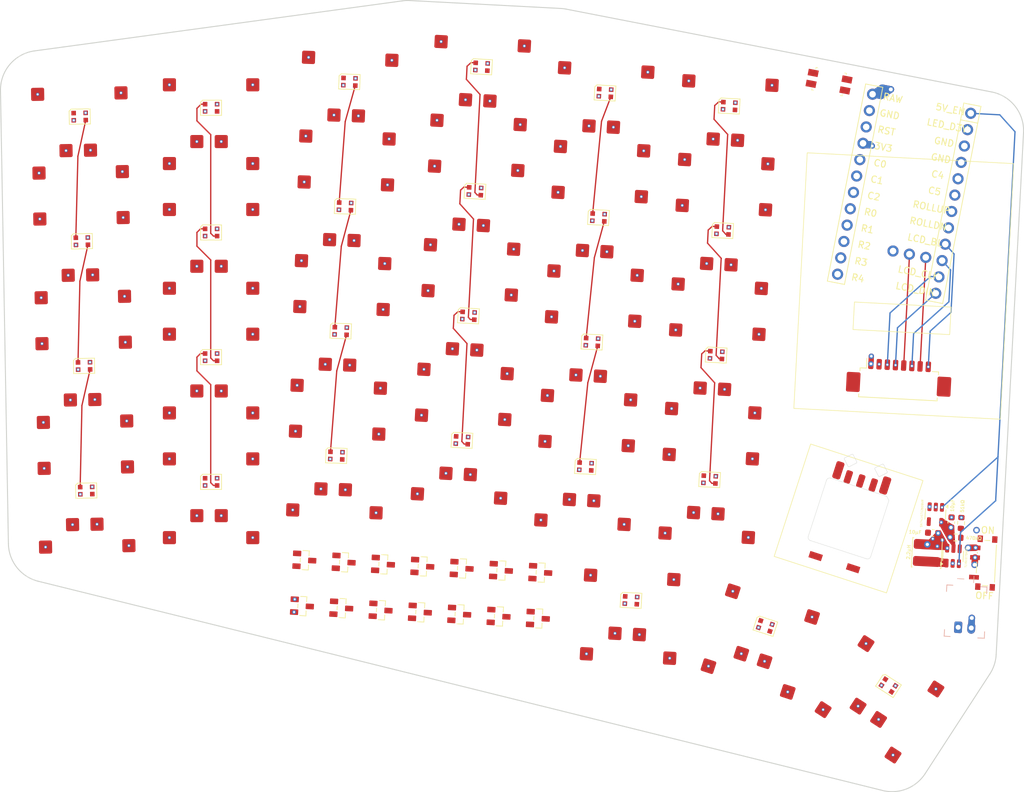
<source format=kicad_pcb>
(kicad_pcb (version 20241229) (generator "pcbnew") (generator_version "9.0")
  (title_block (title "toomanykeys") (date "2025-06-06") (rev "0.1") (company "huntercook"))
  (layers (0 "F.Cu" signal) (4 "In1.Cu" signal) (6 "In2.Cu" signal) (8 "In3.Cu" signal) (10 "In4.Cu" signal) (2 "B.Cu" signal) (13 "F.Paste" user) (15 "B.Paste" user) (5 "F.SilkS" user "F.Silkscreen") (7 "B.SilkS" user "B.Silkscreen") (1 "F.Mask" user) (3 "B.Mask" user) (25 "Edge.Cuts" user))
  (net 0 "")
  (net 1 "C0")
  (net 2 "finger_outer_bottom")
  (net 3 "GND")
  (net 4 "finger_outer_home")
  (net 5 "finger_outer_top")
  (net 6 "finger_outer_num")
  (net 7 "C1")
  (net 8 "finger_pinky_bottom")
  (net 9 "finger_pinky_home")
  (net 10 "finger_pinky_top")
  (net 11 "finger_pinky_num")
  (net 12 "C2")
  (net 13 "finger_ring_bottom")
  (net 14 "finger_ring_home")
  (net 15 "finger_ring_top")
  (net 16 "finger_ring_num")
  (net 17 "C3")
  (net 18 "finger_middle_bottom")
  (net 19 "finger_middle_home")
  (net 20 "finger_middle_top")
  (net 21 "finger_middle_num")
  (net 22 "C4")
  (net 23 "finger_index_bottom")
  (net 24 "finger_index_home")
  (net 25 "finger_index_top")
  (net 26 "finger_index_num")
  (net 27 "C5")
  (net 28 "finger_inner_bottom")
  (net 29 "finger_inner_home")
  (net 30 "finger_inner_top")
  (net 31 "finger_inner_num")
  (net 32 "thumb_near_fan")
  (net 33 "thumb_mid_fan")
  (net 34 "thumb_far_fan")
  (net 35 "roller")
  (net 36 "ROLLUP")
  (net 37 "ROLLDN")
  (net 38 "R0")
  (net 39 "R1")
  (net 40 "R2")
  (net 41 "R3")
  (net 42 "R4")
  (net 43 "RAW")
  (net 44 "RST")
  (net 45 "3V3")
  (net 46 "5V_EN")
  (net 47 "LED_D3V")
  (net 48 "LCD_BL")
  (net 49 "LCD_DC")
  (net 50 "LCD_CLK")
  (net 51 "LCD_DIN")
  (net 52 "LCD_RST")
  (net 53 "LCD_CS")
  (net 54 "BAT_P")
  (net 55 "LED_26")
  (net 56 "5V")
  (net 57 "LED_27")
  (net 58 "LED_25")
  (net 59 "LED_24")
  (net 60 "LED_23")
  (net 61 "LED_19")
  (net 62 "LED_20")
  (net 63 "LED_21")
  (net 64 "LED_22")
  (net 65 "LED_18")
  (net 66 "LED_17")
  (net 67 "LED_16")
  (net 68 "LED_15")
  (net 69 "LED_11")
  (net 70 "LED_12")
  (net 71 "LED_13")
  (net 72 "LED_14")
  (net 73 "LED_10")
  (net 74 "LED_9")
  (net 75 "LED_8")
  (net 76 "LED_7")
  (net 77 "LED_3")
  (net 78 "LED_4")
  (net 79 "LED_5")
  (net 80 "LED_6")
  (net 81 "LED_2")
  (net 82 "LED_1")
  (net 83 "LED_D5V")
  (net 84 "BOOST_FB")
  (net 85 "BOOST_SW")
  (footprint "Package_TO_SOT_SMD:SOT-23-6" (layer "F.Cu") (at 188.717441 164.996502 87)
    (property "Reference" "U1" (hide yes))
    (property "Value" "TLV61070ADBV")
  )
  (footprint "PG1316S" (layer "F.Cu") (at 113.749594 149.871783 -3)
    (property "Reference" "S13" (hide yes))
    (property "Value" "")
  )
  (footprint "PG1316S" (layer "F.Cu") (at 75.656469 118.206865)
    (property "Reference" "S7" (hide yes))
    (property "Value" "")
  )
  (footprint "LED_WS2812B-2020_PLCC4_2.0x2.0mm" (layer "F.Cu") (at 153.607777 115.410571 -3)
    (property "Reference" "LED23" (hide yes))
    (property "Value" "")
  )
  (footprint "PG1316S" (layer "F.Cu") (at 56.013624 119.544096 1)
    (property "Reference" "S3" (hide yes))
    (property "Value" "")
  )
  (footprint "LED_WS2812B-2020_PLCC4_2.0x2.0mm" (layer "F.Cu") (at 178.870462 184.745353 -33)
    (property "Reference" "LED27" (hide yes))
    (property "Value" "")
  )
  (footprint "PG1316S" (layer "F.Cu") (at 139.508864 174.253334 -3)
    (property "Reference" "S25" (hide yes))
    (property "Value" "")
  )
  (footprint "LED_WS2812B-2020_PLCC4_2.0x2.0mm" (layer "F.Cu") (at 75.656468 134.706866)
    (property "Reference" "LED6" (hide yes))
    (property "Value" "")
  )
  (footprint "PG1316S" (layer "F.Cu") (at 95.982648 114.230013 -2)
    (property "Reference" "S11" (hide yes))
    (property "Value" "")
  )
  (footprint "LED_WS2812B-2020_PLCC4_2.0x2.0mm" (layer "F.Cu") (at 96.069897 111.731537 -2)
    (property "Reference" "LED11" (hide yes))
    (property "Value" "")
  )
  (footprint "BAV70 SOT23" (layer "F.Cu") (at 119.483939 174.205244 -93)
    (property "Reference" "D6" (hide yes))
    (property "Value" "BAV70")
  )
  (footprint "LED_WS2812B-2020_PLCC4_2.0x2.0mm" (layer "F.Cu") (at 95.406807 130.71996 -2)
    (property "Reference" "LED10" (hide yes))
    (property "Value" "")
  )
  (footprint "PG1316S" (layer "F.Cu") (at 75.656467 99.206865)
    (property "Reference" "S8" (hide yes))
    (property "Value" "")
  )
  (footprint "LED_WS2812B-2020_PLCC4_2.0x2.0mm" (layer "F.Cu") (at 55.638398 98.04737 1)
    (property "Reference" "LED4" (hide yes))
    (property "Value" "")
  )
  (footprint "PG1316S" (layer "F.Cu") (at 94.65647 152.206866 -2)
    (property "Reference" "S9" (hide yes))
    (property "Value" "")
  )
  (footprint "ceoloide:power_switch_smd_side" (layer "F.Cu") (at 193.755902 166.081205 -3)
    (property "Reference" "PWR1" (hide yes))
    (property "Value" "")
  )
  (footprint "PG1316S" (layer "F.Cu") (at 132.566545 153.862055 -3)
    (property "Reference" "S17" (hide yes))
    (property "Value" "")
  )
  (footprint "Capacitor_SMD:C_0603_1608Metric" (layer "F.Cu") (at 185.666409 161.497028 177)
    (property "Reference" "C1" (hide yes))
    (property "Value" "10μF")
  )
  (footprint "PG1316S" (layer "F.Cu") (at 134.555312 115.914133 -3)
    (property "Reference" "S19" (hide yes))
    (property "Value" "")
  )
  (footprint "Package_TO_SOT_SMD:SOT-23-5" (layer "F.Cu") (at 186.024229 158.681896 -93)
    (property "Reference" "U2" (hide yes))
    (property "Value" "SN74LV1T126DBVR")
  )
  (footprint "LED_WS2812B-2020_PLCC4_2.0x2.0mm" (layer "F.Cu") (at 55.969991 117.044477 1)
    (property "Reference" "LED3" (hide yes))
    (property "Value" "")
  )
  (footprint "ceoloide:mounting_hole_npth" (layer "F.Cu") (at 130.185951 84.642602 -3)
    (property "Reference" "MH4" (hide yes))
    (property "Value" "")
  )
  (footprint "BAV70 SOT23" (layer "F.Cu") (at 125.842064 167.528853 -93)
    (property "Reference" "D13" (hide yes))
    (property "Value" "BAV70")
  )
  (footprint "LED_WS2812B-2020_PLCC4_2.0x2.0mm" (layer "F.Cu") (at 151.619012 153.358494 -3)
    (property "Reference" "LED21" (hide yes))
    (property "Value" "")
  )
  (footprint "LED_WS2812B-2020_PLCC4_2.0x2.0mm" (layer "F.Cu") (at 154.60216 96.43661 -3)
    (property "Reference" "LED24" (hide yes))
    (property "Value" "")
  )
  (footprint "LED_WS2812B-2020_PLCC4_2.0x2.0mm" (layer "F.Cu") (at 113.880435 147.375209 -3)
    (property "Reference" "LED13" (hide yes))
    (property "Value" "")
  )
  (footprint "LED_WS2812B-2020_PLCC4_2.0x2.0mm" (layer "F.Cu") (at 75.656468 115.706865)
    (property "Reference" "LED7" (hide yes))
    (property "Value" "")
  )
  (footprint "LED_WS2812B-2020_PLCC4_2.0x2.0mm" (layer "F.Cu") (at 134.686153 113.41756 -3)
    (property "Reference" "LED19" (hide yes))
    (property "Value" "")
  )
  (footprint "LED_WS2812B-2020_PLCC4_2.0x2.0mm" (layer "F.Cu") (at 135.680536 94.443598 -3)
    (property "Reference" "LED20" (hide yes))
    (property "Value" "")
  )
  (footprint "PG1316S" (layer "F.Cu") (at 177.508863 186.842029 -33)
    (property "Reference" "S27" (hide yes))
    (property "Value" "")
  )
  (footprint "BAV70 SOT23" (layer "F.Cu") (at 107.500383 173.577212 -93)
    (property "Reference" "D4" (hide yes))
    (property "Value" "BAV70")
  )
  (footprint "PG1316S" (layer "F.Cu") (at 116.732743 92.9499 -3)
    (property "Reference" "S16" (hide yes))
    (property "Value" "")
  )
  (footprint "BAV70 SOT23" (layer "F.Cu") (at 95.883178 165.958774 -93)
    (property "Reference" "D8" (hide yes))
    (property "Value" "BAV70")
  )
  (footprint "PG1316S" (layer "F.Cu") (at 75.656469 137.206866)
    (property "Reference" "S6" (hide yes))
    (property "Value" "")
  )
  (footprint "PG1316S" (layer "F.Cu") (at 114.743978 130.897822 -3)
    (property "Reference" "S14" (hide yes))
    (property "Value" "")
  )
  (footprint "BAV70 SOT23" (layer "F.Cu") (at 101.508605 173.263197 -93)
    (property "Reference" "D3" (hide yes))
    (property "Value" "BAV70")
  )
  (footprint "BAV70 SOT23" (layer "F.Cu") (at 95.51683 172.949182 -93)
    (property "Reference" "D2" (hide yes))
    (property "Value" "BAV70")
  )
  (footprint "huntercook:L_CJIANG_FTC404030S_4.1x4.1x3.0_SMD" (layer "F.Cu") (at 184.725889 164.539474 -93)
    (property "Reference" "L1" (hide yes))
    (property "Value" "2.2μH")
  )
  (footprint "LED_WS2812B-2020_PLCC4_2.0x2.0mm" (layer "F.Cu") (at 94.743717 149.708387 -2)
    (property "Reference" "LED9" (hide yes))
    (property "Value" "")
  )
  (footprint "ceoloide:mounting_hole_npth" (layer "F.Cu") (at 124.006062 183.45459 -3)
    (property "Reference" "MH5" (hide yes))
    (property "Value" "")
  )
  (footprint "ceoloide:mounting_hole_npth" (layer "F.Cu") (at 170.973194 196.906076 -33)
    (property "Reference" "MH6" (hide yes))
    (property "Value" "")
  )
  (footprint "LED_WS2812B-2020_PLCC4_2.0x2.0mm" (layer "F.Cu") (at 139.639702 171.756759 -3)
    (property "Reference" "LED25" (hide yes))
    (property "Value" "")
  )
  (footprint "PG1316S" (layer "F.Cu") (at 96.64574 95.241586 -2)
    (property "Reference" "S12" (hide yes))
    (property "Value" "")
  )
  (footprint "PG1316S" (layer "F.Cu") (at 95.319558 133.218439 -2)
    (property "Reference" "S10" (hide yes))
    (property "Value" "")
  )
  (footprint "Molex_PicoBlade_53261-0871_1x08-1MP_P1.25mm_Horizontal" (layer "F.Cu") (at 180.444182 138.346514 -3)
    (property "Reference" "CONN1" (hide yes))
    (property "Value" "")
  )
  (footprint "LCD_1.69_Waveshare" (layer "F.Cu") (at 181.203054 123.866385 177)
    (property "Reference" "LCD1" (hide yes))
    (property "Value" "")
  )
  (footprint "BAV70 SOT23" (layer "F.Cu") (at 119.850287 167.214838 -93)
    (property "Reference" "D12" (hide yes))
    (property "Value" "BAV70")
  )
  (footprint "PG1316S" (layer "F.Cu") (at 152.482556 136.881107 -3)
    (property "Reference" "S22" (hide yes))
    (property "Value" "")
  )
  (footprint "LED_WS2812B-2020_PLCC4_2.0x2.0mm" (layer "F.Cu") (at 114.874815 128.401249 -3)
    (property "Reference" "LED14" (hide yes))
    (property "Value" "")
  )
  (footprint "LED_WS2812B-2020_PLCC4_2.0x2.0mm" (layer "F.Cu") (at 152.613393 134.384533 -3)
    (property "Reference" "LED22" (hide yes))
    (property "Value" "")
  )
  (footprint "PG1316S" (layer "F.Cu") (at 55.682028 100.54699 1)
    (property "Reference" "S4" (hide yes))
    (property "Value" "")
  )
  (footprint "PG1316S" (layer "F.Cu") (at 75.656469 156.206864)
    (property "Reference" "S5" (hide yes))
    (property "Value" "")
  )
  (footprint "CKW12" (layer "F.Cu") (at 172.793299 159.28616 72)
    (property "Reference" "RE1" (hide yes))
    (property "Value" "")
    (fp_line (start -4.5 -5) (end 4.5 -5) (stroke (width 0.05)) (layer "Edge.Cuts"))
    (fp_line (start 5 -4.5) (end 5 4.5) (stroke (width 0.05)) (layer "Edge.Cuts"))
    (fp_line (start 8.393604 -3.394264) (end 7.545076 -2.545736) (stroke (width 0.05)) (layer "Edge.Cuts"))
    (fp_line (start 8.605736 -3.394264) (end 9.454264 -2.545736) (stroke (width 0.05)) (layer "Edge.Cuts"))
    (fp_line (start 7.545076 -2.333604) (end 8.393604 -1.485077) (stroke (width 0.05)) (layer "Edge.Cuts"))
    (fp_line (start 8.605736 -1.485076) (end 9.454264 -2.333604) (stroke (width 0.05)) (layer "Edge.Cuts"))
    (fp_line (start -5 4.5) (end -5 -4.5) (stroke (width 0.05)) (layer "Edge.Cuts"))
    (fp_line (start -4.5 5) (end 4.5 5) (stroke (width 0.05)) (layer "Edge.Cuts"))
    (fp_line (start 8.397868 1.480812) (end 7.54934 2.329341) (stroke (width 0.05)) (layer "Edge.Cuts"))
    (fp_line (start 8.61 1.480813) (end 9.458528 2.32934) (stroke (width 0.05)) (layer "Edge.Cuts"))
    (fp_line (start 7.54934 2.541471) (end 8.397869 3.39) (stroke (width 0.05)) (layer "Edge.Cuts"))
    (fp_line (start 8.61 3.39) (end 9.458529 2.541472) (stroke (width 0.05)) (layer "Edge.Cuts"))
    (fp_line (start 4.5 5) (end 5 4.5) (stroke (width 0.05)) (layer "Edge.Cuts"))
    (fp_arc (start -5 -4.5) (mid -4.853553 -4.853552) (end -4.5 -5) (stroke (width 0.05)) (layer "Edge.Cuts"))
    (fp_arc (start 4.5 -5) (mid 4.853552 -4.853553) (end 5 -4.5) (stroke (width 0.05)) (layer "Edge.Cuts"))
    (fp_arc (start 8.393604 -3.394264) (mid 8.49967 -3.438198) (end 8.605736 -3.394264) (stroke (width 0.05)) (layer "Edge.Cuts"))
    (fp_arc (start 7.545076 -2.333604) (mid 7.501142 -2.43967) (end 7.545076 -2.545736) (stroke (width 0.05)) (layer "Edge.Cuts"))
    (fp_arc (start 9.454264 -2.545736) (mid 9.498198 -2.439671) (end 9.454264 -2.333604) (stroke (width 0.05)) (layer "Edge.Cuts"))
    (fp_arc (start 8.605736 -1.485076) (mid 8.49967 -1.441142) (end 8.393604 -1.485077) (stroke (width 0.05)) (layer "Edge.Cuts"))
    (fp_arc (start -4.5 5) (mid -4.853552 4.853553) (end -5 4.5) (stroke (width 0.05)) (layer "Edge.Cuts"))
    (fp_arc (start 8.397868 1.480812) (mid 8.503934 1.436879) (end 8.61 1.480813) (stroke (width 0.05)) (layer "Edge.Cuts"))
    (fp_arc (start 7.54934 2.541471) (mid 7.505406 2.435406) (end 7.54934 2.329341) (stroke (width 0.05)) (layer "Edge.Cuts"))
    (fp_arc (start 9.458528 2.32934) (mid 9.502462 2.435406) (end 9.458529 2.541472) (stroke (width 0.05)) (layer "Edge.Cuts"))
    (fp_arc (start 8.61 3.39) (mid 8.503934 3.433935) (end 8.397869 3.39) (stroke (width 0.05)) (layer "Edge.Cuts"))
  )
  (footprint "BAV70 SOT23" (layer "F.Cu") (at 89.52505 172.635165 -93)
    (property "Reference" "D1" (hide yes))
    (property "Value" "BAV70")
  )
  (footprint "BAV70 SOT23" (layer "F.Cu") (at 89.891403 165.644759 -93)
    (property "Reference" "D7" (hide yes))
    (property "Value" "BAV70")
  )
  (footprint "BAV70 SOT23" (layer "F.Cu") (at 107.866734 166.586806 -93)
    (property "Reference" "D10" (hide yes))
    (property "Value" "BAV70")
  )
  (footprint "LED_WS2812B-2020_PLCC4_2.0x2.0mm" (layer "F.Cu") (at 56.633183 155.03869 1)
    (property "Reference" "LED1" (hide yes))
    (property "Value" "")
  )
  (footprint "PG1316S" (layer "F.Cu") (at 153.476939 117.907145 -3)
    (property "Reference" "S23" (hide yes))
    (property "Value" "")
  )
  (footprint "PG1316S" (layer "F.Cu") (at 56.676814 157.538309 1)
    (property "Reference" "S1" (hide yes))
    (property "Value" "")
  )
  (footprint "ceoloide:mounting_hole_npth" (layer "F.Cu") (at 65.471078 88.374294 1)
    (property "Reference" "MH1" (hide yes))
    (property "Value" "")
  )
  (footprint "BAV70 SOT23" (layer "F.Cu") (at 125.475716 174.519259 -93)
    (property "Reference" "D14" (hide yes))
    (property "Value" "BAV70")
  )
  (footprint "ceoloide:reset_switch_smd_side" (layer "F.Cu") (at 169.817114 92.727817 -11)
    (property "Reference" "RST1" (hide yes))
    (property "Value" "")
  )
  (footprint "LED_WS2812B-2020_PLCC4_2.0x2.0mm" (layer "F.Cu") (at 133.691769 132.39152 -3)
    (property "Reference" "LED18" (hide yes))
    (property "Value" "")
  )
  (footprint "PG1316S" (layer "F.Cu") (at 151.488172 155.855068 -3)
    (property "Reference" "S21" (hide yes))
    (property "Value" "")
  )
  (footprint "LED_WS2812B-2020_PLCC4_2.0x2.0mm" (layer "F.Cu") (at 116.863582 90.453327 -3)
    (property "Reference" "LED16" (hide yes))
    (property "Value" "")
  )
  (footprint "BAV70 SOT23" (layer "F.Cu") (at 113.85851 166.900821 -93)
    (property "Reference" "D11" (hide yes))
    (property "Value" "BAV70")
  )
  (footprint "LED_WS2812B-2020_PLCC4_2.0x2.0mm" (layer "F.Cu") (at 56.301589 136.041583 1)
    (property "Reference" "LED2" (hide yes))
    (property "Value" "")
  )
  (footprint "ceoloide:mcu_nice_nano" (layer "F.Cu") (at 181.504478 108.561185 -11)
    (property "Reference" "MCU1" (hide yes))
    (property "Value" "")
  )
  (footprint "LED_WS2812B-2020_PLCC4_2.0x2.0mm" (layer "F.Cu") (at 115.869199 109.427287 -3)
    (property "Reference" "LED15" (hide yes))
    (property "Value" "")
  )
  (footprint "Resistor_SMD:R_0603_1608Metric" (layer "F.Cu") (at 189.080124 162.18413 -3)
    (property "Reference" "R1" (hide yes))
    (property "Value" "470kΩ")
  )
  (footprint "BAV70 SOT23" (layer "F.Cu") (at 113.492158 173.891229 -93)
    (property "Reference" "D5" (hide yes))
    (property "Value" "BAV70")
  )
  (footprint "PG1316S" (layer "F.Cu") (at 115.738358 111.923861 -3)
    (property "Reference" "S15" (hide yes))
    (property "Value" "")
  )
  (footprint "LED_WS2812B-2020_PLCC4_2.0x2.0mm" (layer "F.Cu") (at 75.65647 153.706865)
    (property "Reference" "LED5" (hide yes))
    (property "Value" "")
  )
  (footprint "PG1316S" (layer "F.Cu") (at 56.345218 138.541203 1)
    (property "Reference" "S2" (hide yes))
    (property "Value" "")
  )
  (footprint "PG1316S" (layer "F.Cu") (at 135.549697 96.940172 -3)
    (property "Reference" "S20" (hide yes))
    (property "Value" "")
  )
  (footprint "LED_WS2812B-2020_PLCC4_2.0x2.0mm" (layer "F.Cu") (at 132.697385 151.365481 -3)
    (property "Reference" "LED17" (hide yes))
    (property "Value" "")
  )
  (footprint "LED_WS2812B-2020_PLCC4_2.0x2.0mm" (layer "F.Cu") (at 96.732988 92.743112 -2)
    (property "Reference" "LED12" (hide yes))
    (property "Value" "")
  )
  (footprint "ceoloide:mounting_hole_npth" (layer "F.Cu") (at 104.221581 83.281867 -3)
    (property "Reference" "MH3" (hide yes))
    (property "Value" "")
  )
  (footprint "PG1316S" (layer "F.Cu") (at 159.337529 178.046284 -18)
    (property "Reference" "S26" (hide yes))
    (property "Value" "")
  )
  (footprint "Capacitor_SMD:C_0603_1608Metric" (layer "F.Cu") (at 188.444179 159.892707 87)
    (property "Reference" "C2" (hide yes))
    (property "Value" "10μF")
  )
  (footprint "BAV70 SOT23" (layer "F.Cu") (at 101.874958 166.27279 -93)
    (property "Reference" "D9" (hide yes))
    (property "Value" "BAV70")
  )
  (footprint "LED_WS2812B-2020_PLCC4_2.0x2.0mm" (layer "F.Cu") (at 75.656467 96.706865)
    (property "Reference" "LED8" (hide yes))
    (property "Value" "")
  )
  (footprint "ceoloide:mounting_hole_npth" (layer "F.Cu") (at 63.656468 170.206865)
    (property "Reference" "MH2" (hide yes))
    (property "Value" "")
  )
  (footprint "ceoloide:mounting_hole_npth" (layer "F.Cu") (at 192.431237 182.224373 -33)
    (property "Reference" "MH7" (hide yes))
    (property "Value" "")
  )
  (footprint "PG1316S" (layer "F.Cu") (at 133.560928 134.888093 -3)
    (property "Reference" "S18" (hide yes))
    (property "Value" "")
  )
  (footprint "Resistor_SMD:R_0603_1608Metric" (layer "F.Cu") (at 189.942124 159.971211 87)
    (property "Reference" "R2" (hide yes))
    (property "Value" "51kΩ")
  )
  (footprint "LED_WS2812B-2020_PLCC4_2.0x2.0mm" (layer "F.Cu") (at 160.110073 175.668643 -18)
    (property "Reference" "LED26" (hide yes))
    (property "Value" "")
  )
  (footprint "PG1316S" (layer "F.Cu") (at 154.471322 98.933184 -3)
    (property "Reference" "S24" (hide yes))
    (property "Value" "")
  )
  (footprint "ceoloide:battery_connector_jst_ph_2" (layer "B.Cu") (at 190.491305 175.923838 177)
    (property "Reference" "JST1" (hide yes))
    (property "Value" "")
  )
  (gr_poly (pts (xy 188.704696 163.466587) (xy 187.973879 162.509557) (xy 186.765812 160.339172) (xy 186.741215 159.417545) (xy 187.152947 159.395706) (xy 188.786309 160.426302) (xy 188.980103 163.621993)) (stroke (width 0.2)) (fill yes) (layer "F.Cu") (net 56))
  (gr_poly (pts (xy 186.79041 161.260798) (xy 187.919394 163.31394) (xy 187.982153 164.039241) (xy 183.842997 163.8459) (xy 186.378678 161.282637)) (stroke (width 0.2)) (fill yes) (layer "F.Cu") (net 43))
  (gr_poly (pts (xy 187.92354 165.612891) (xy 186.436063 165.334661) (xy 186.273396 166.527783) (xy 187.871204 166.61152)) (stroke (width 0.2)) (fill yes) (layer "F.Cu") (net 85))
  (gr_line (start 44.772698 163.136152) (end 43.567483 94.089565) (stroke (width 0.15)) (layer "Edge.Cuts"))
  (gr_arc (start 43.567483 94.089565) (mid 45.012804 90.078062) (end 48.757907 88.039594) (stroke (width 0.15)) (layer "Edge.Cuts"))
  (gr_arc (start 128.924444 81.572371) (mid 129.342534 81.608978) (end 129.757041 81.674727) (stroke (width 0.15)) (layer "Edge.Cuts"))
  (gr_arc (start 49.32856 168.855278) (mid 46.078802 166.769874) (end 44.772698 163.136152) (stroke (width 0.15)) (layer "Edge.Cuts"))
  (gr_arc (start 194.605612 94.300092) (mid 198.187611 96.496255) (end 199.450779 100.503529) (stroke (width 0.15)) (layer "Edge.Cuts"))
  (gr_line (start 199.450779 100.503529) (end 195.283339 180.023005) (stroke (width 0.15)) (layer "Edge.Cuts"))
  (gr_line (start 105.940746 80.367848) (end 128.924444 81.572371) (stroke (width 0.15)) (layer "Edge.Cuts"))
  (gr_arc (start 195.283339 180.023005) (mid 194.998037 181.562695) (end 194.324043 182.97612) (stroke (width 0.15)) (layer "Edge.Cuts"))
  (gr_line (start 177.978065 200.73636) (end 49.32856 168.855278) (stroke (width 0.15)) (layer "Edge.Cuts"))
  (gr_arc (start 184.453774 198.179652) (mid 181.624667 200.493276) (end 177.978065 200.73636) (stroke (width 0.15)) (layer "Edge.Cuts"))
  (gr_line (start 48.757907 88.039594) (end 104.818067 80.41437) (stroke (width 0.15)) (layer "Edge.Cuts"))
  (gr_arc (start 104.818067 80.41437) (mid 105.378315 80.364774) (end 105.940746 80.367848) (stroke (width 0.15)) (layer "Edge.Cuts"))
  (gr_line (start 194.324042 182.97612) (end 184.453774 198.179652) (stroke (width 0.15)) (layer "Edge.Cuts"))
  (gr_line (start 129.757041 81.674727) (end 194.605612 94.300092) (stroke (width 0.15)) (layer "Edge.Cuts"))
  (via (at 177.449071 135.786253) (size 0.5) (drill 0.3) (layers "F.Cu" "B.Cu") (net 3))
  (via (at 189.985299 159.14734) (size 0.6) (drill 0.3) (layers "F.Cu" "B.Cu") (net 3))
  (via (at 188.484739 159.118769) (size 0.6) (drill 0.3) (layers "F.Cu" "B.Cu") (net 3))
  (via (at 185.135064 157.496237) (size 0.6) (drill 0.3) (layers "F.Cu" "B.Cu") (net 3))
  (via (at 188.657907 166.132443) (size 0.6) (drill 0.3) (layers "F.Cu" "B.Cu") (net 3))
  (via (at 88.300632 173.547334) (size 0.6) (drill 0.3) (layers "F.Cu" "B.Cu") (net 6))
  (via (at 88.402689 171.600006) (size 0.6) (drill 0.3) (layers "F.Cu" "B.Cu") (net 11))
  (segment (start 177.765328 94.896665) (end 179.230503 93.908391) (width 1) (layer "F.Cu") (net 43))
  (segment (start 192.141039 163.743486) (end 191.014265 163.761083) (width 1) (layer "F.Cu") (net 43))
  (segment (start 179.230503 93.908391) (end 177.91293 93.652281) (width 1) (layer "F.Cu") (net 43))
  (segment (start 176.447754 94.640555) (end 177.765328 94.896665) (width 1) (layer "F.Cu") (net 43))
  (segment (start 184.793925 163.241256) (end 185.036092 163.253948) (width 1) (layer "F.Cu") (net 43))
  (segment (start 177.91293 93.652281) (end 176.447754 94.640555) (width 1) (layer "F.Cu") (net 43))
  (via (at 187.828276 163.810842) (size 0.6) (drill 0.3) (layers "F.Cu" "B.Cu") (net 43))
  (via (at 192.141039 163.743486) (size 0.7) (drill 0.4) (layers "F.Cu" "B.Cu") (net 43))
  (via (at 192.289659 161.067983) (size 1) (drill 0.6) (layers "F.Cu" "B.Cu") (net 43))
  (via (at 187.080236 162.585649) (size 0.6) (drill 0.3) (layers "F.Cu" "B.Cu") (net 43))
  (via (at 185.624681 162.381613) (size 0.6) (drill 0.3) (layers "F.Cu" "B.Cu") (net 43))
  (via (at 184.793925 163.241256) (size 1) (drill 0.5) (layers "F.Cu" "B.Cu") (net 43))
  (via (at 186.315518 163.526878) (size 0.6) (drill 0.3) (layers "F.Cu" "B.Cu") (net 43))
  (via (at 186.440345 161.537588) (size 0.8) (drill 0.4) (layers "F.Cu" "B.Cu") (net 43))
  (via (at 191.014265 163.761083) (size 1) (drill 0.6) (layers "F.Cu" "B.Cu") (net 43))
  (via (at 179.230503 93.908391) (size 1) (drill 0.6) (layers "F.Cu" "B.Cu") (net 43))
  (segment (start 179.230503 93.908391) (end 177.91293 93.652281) (width 1) (layer "B.Cu") (net 43))
  (segment (start 177.91293 93.652281) (end 176.447754 94.640555) (width 1) (layer "B.Cu") (net 43))
  (segment (start 177.765328 94.896665) (end 179.230503 93.908391) (width 1) (layer "B.Cu") (net 43))
  (segment (start 176.447754 94.640555) (end 177.765328 94.896665) (width 1) (layer "B.Cu") (net 43))
  (segment (start 176.098604 102.178455) (end 176.409586 102.523836) (width 0.8) (layer "F.Cu") (net 45))
  (segment (start 175.304771 102.465935) (end 174.993789 102.120554) (width 0.8) (layer "F.Cu") (net 45))
  (segment (start 176.261621 134.559996) (end 176.200784 135.720833) (width 0.8) (layer "F.Cu") (net 45))
  (segment (start 176.409586 102.523836) (end 175.304771 102.465935) (width 0.8) (layer "F.Cu") (net 45))
  (segment (start 174.993789 102.120554) (end 176.098604 102.178455) (width 0.8) (layer "F.Cu") (net 45))
  (via (at 176.261621 134.559996) (size 0.8) (drill 0.4) (layers "F.Cu" "B.Cu") (net 45))
  (via (at 176.200784 135.720833) (size 0.8) (drill 0.4) (layers "F.Cu" "B.Cu") (net 45))
  (via (at 176.409586 102.523836) (size 0.8) (drill 0.4) (layers "F.Cu" "B.Cu") (net 45))
  (segment (start 174.993789 102.120554) (end 176.098604 102.178455) (width 0.8) (layer "B.Cu") (net 45))
  (segment (start 176.098604 102.178455) (end 176.409586 102.523836) (width 0.8) (layer "B.Cu") (net 45))
  (segment (start 176.409586 102.523836) (end 175.304771 102.465935) (width 0.8) (layer "B.Cu") (net 45))
  (segment (start 175.304771 102.465935) (end 174.993789 102.120554) (width 0.8) (layer "B.Cu") (net 45))
  (via (at 189.606607 166.182162) (size 0.5) (drill 0.3) (layers "F.Cu" "B.Cu") (net 46))
  (via (at 187.032459 157.595674) (size 0.5) (drill 0.3) (layers "F.Cu" "B.Cu") (net 46))
  (segment (start 195.830984 97.780296) (end 191.407751 97.548485) (width 0.2) (layer "B.Cu") (net 46))
  (segment (start 195.556829 149.89084) (end 198.152693 100.358815) (width 0.2) (layer "B.Cu") (net 46))
  (segment (start 187.032459 157.595674) (end 195.555209 149.921755) (width 0.2) (layer "B.Cu") (net 46))
  (segment (start 189.857346 161.397768) (end 195.206179 156.581658) (width 0.2) (layer "B.Cu") (net 46))
  (segment (start 195.555209 149.921755) (end 195.556829 149.89084) (width 0.2) (layer "B.Cu") (net 46))
  (segment (start 195.206179 156.581658) (end 195.556829 149.89084) (width 0.2) (layer "B.Cu") (net 46))
  (segment (start 198.152693 100.358815) (end 195.830984 97.780296) (width 0.2) (layer "B.Cu") (net 46))
  (segment (start 189.606607 166.182162) (end 189.857346 161.397768) (width 0.2) (layer "B.Cu") (net 46))
  (via (at 186.083762 157.545955) (size 0.5) (drill 0.3) (layers "F.Cu" "B.Cu") (net 47))
  (via (at 184.938793 136.178773) (size 0.5) (drill 0.3) (layers "F.Cu" "B.Cu") (net 48))
  (segment (start 185.223569 130.744919) (end 188.398661 127.886054) (width 0.2) (layer "B.Cu") (net 48))
  (segment (start 188.865521 118.977826) (end 187.530513 117.495149) (width 0.2) (layer "B.Cu") (net 48))
  (segment (start 188.398661 127.886054) (end 188.865521 118.977826) (width 0.2) (layer "B.Cu") (net 48))
  (segment (start 184.938793 136.178773) (end 185.223569 130.744919) (width 0.2) (layer "B.Cu") (net 48))
  (via (at 182.442219 136.047933) (size 0.5) (drill 0.3) (layers "F.Cu" "B.Cu") (net 49))
  (segment (start 188.336864 121.422289) (end 187.045858 119.988482) (width 0.2) (layer "B.Cu") (net 49))
  (segment (start 188.082947 126.267312) (end 188.336864 121.422289) (width 0.2) (layer "B.Cu") (net 49))
  (segment (start 182.700827 131.113394) (end 188.082947 126.267312) (width 0.2) (layer "B.Cu") (net 49))
  (segment (start 182.442219 136.047933) (end 182.700827 131.113394) (width 0.2) (layer "B.Cu") (net 49))
  (via (at 179.945645 135.917093) (size 0.5) (drill 0.3) (layers "F.Cu" "B.Cu") (net 50))
  (segment (start 179.945645 135.917093) (end 180.243854 130.226929) (width 0.2) (layer "B.Cu") (net 50))
  (segment (start 180.243854 130.226929) (end 186.076549 124.975147) (width 0.2) (layer "B.Cu") (net 50))
  (via (at 178.697358 135.851673) (size 0.5) (drill 0.3) (layers "F.Cu" "B.Cu") (net 51))
  (segment (start 185.281402 122.414744) (end 186.561203 122.481815) (width 0.2) (layer "B.Cu") (net 51))
  (segment (start 179.110358 127.971177) (end 185.281402 122.414744) (width 0.2) (layer "B.Cu") (net 51))
  (segment (start 178.697358 135.851673) (end 179.110358 127.971177) (width 0.2) (layer "B.Cu") (net 51))
  (segment (start 184.56051 119.512695) (end 184.552525 119.503827) (width 0.2) (layer "F.Cu") (net 52))
  (segment (start 183.690506 136.113353) (end 184.56051 119.512695) (width 0.2) (layer "F.Cu") (net 52))
  (segment (start 181.193932 135.982513) (end 182.081637 119.044099) (width 0.2) (layer "F.Cu") (net 53))
  (segment (start 182.081637 119.044099) (end 182.059192 119.019172) (width 0.2) (layer "F.Cu") (net 53))
  (segment (start 191.571352 174.449813) (end 191.489935 175.976174) (width 1) (layer "F.Cu") (net 54))
  (segment (start 192.062533 165.24143) (end 192.003732 166.34379) (width 1) (layer "F.Cu") (net 54))
  (via (at 191.571352 174.449813) (size 1) (drill 0.6) (layers "F.Cu" "B.Cu") (net 54))
  (via (at 192.003732 166.34379) (size 1) (drill 0.6) (layers "F.Cu" "B.Cu") (net 54))
  (via (at 192.062533 165.24143) (size 0.7) (drill 0.4) (layers "F.Cu" "B.Cu") (net 54))
  (segment (start 191.571352 174.449813) (end 191.489935 175.976174) (width 1) (layer "B.Cu") (net 54))
  (segment (start 55.974588 142.074958) (end 55.708723 154.504743) (width 0.2) (layer "F.Cu") (net 55))
  (segment (start 57.226048 136.57553) (end 55.974588 142.074958) (width 0.2) (layer "F.Cu") (net 55))
  (segment (start 188.39438 160.656386) (end 188.403619 160.666645) (width 0.5) (layer "F.Cu") (net 56))
  (segment (start 188.204895 160.445941) (end 188.39438 160.656386) (width 0.5) (layer "F.Cu") (net 56))
  (via (at 186.913395 159.867556) (size 0.6) (drill 0.3) (layers "F.Cu" "B.Cu") (net 56))
  (via (at 188.39438 160.656386) (size 0.8) (drill 0.5) (layers "F.Cu" "B.Cu") (net 56))
  (via (at 188.256255 162.140951) (size 0.8) (drill 0.5) (layers "F.Cu" "B.Cu") (net 56))
  (segment (start 56.894451 117.578425) (end 55.66552 123.132824) (width 0.2) (layer "F.Cu") (net 58))
  (segment (start 55.66552 123.132824) (end 55.37713 135.507636) (width 0.2) (layer "F.Cu") (net 58))
  (segment (start 55.361684 104.090826) (end 55.045532 116.51053) (width 0.2) (layer "F.Cu") (net 59))
  (segment (start 56.562857 98.581318) (end 55.361684 104.090826) (width 0.2) (layer "F.Cu") (net 59))
  (segment (start 73.5 136.8) (end 73.5 134.7) (width 0.2) (layer "F.Cu") (net 62))
  (segment (start 75.6 153.835395) (end 75.6 138.9) (width 0.2) (layer "F.Cu") (net 62))
  (segment (start 76.02147 154.256865) (end 75.6 153.835395) (width 0.2) (layer "F.Cu") (net 62))
  (segment (start 76.57147 154.256865) (end 76.02147 154.256865) (width 0.2) (layer "F.Cu") (net 62))
  (segment (start 74.043134 134.156866) (end 74.741468 134.156866) (width 0.2) (layer "F.Cu") (net 62))
  (segment (start 73.5 134.7) (end 74.043134 134.156866) (width 0.2) (layer "F.Cu") (net 62))
  (segment (start 75.6 138.9) (end 73.5 136.8) (width 0.2) (layer "F.Cu") (net 62))
  (segment (start 75.6 134.835398) (end 75.6 119.9) (width 0.2) (layer "F.Cu") (net 63))
  (segment (start 75.6 119.9) (end 73.5 117.8) (width 0.2) (layer "F.Cu") (net 63))
  (segment (start 73.5 117.8) (end 73.5 115.7) (width 0.2) (layer "F.Cu") (net 63))
  (segment (start 73.5 115.7) (end 74.043135 115.156865) (width 0.2) (layer "F.Cu") (net 63))
  (segment (start 76.571468 135.256866) (end 76.021468 135.256866) (width 0.2) (layer "F.Cu") (net 63))
  (segment (start 76.021468 135.256866) (end 75.6 134.835398) (width 0.2) (layer "F.Cu") (net 63))
  (segment (start 74.043135 115.156865) (end 74.741468 115.156865) (width 0.2) (layer "F.Cu") (net 63))
  (segment (start 73.5 98.7) (end 73.5 96.8) (width 0.2) (layer "F.Cu") (net 64))
  (segment (start 76.021468 116.256865) (end 75.6 115.835397) (width 0.2) (layer "F.Cu") (net 64))
  (segment (start 75.6 115.835397) (end 75.6 100.8) (width 0.2) (layer "F.Cu") (net 64))
  (segment (start 73.5 96.8) (end 74.143135 96.156865) (width 0.2) (layer "F.Cu") (net 64))
  (segment (start 74.143135 96.156865) (end 74.741467 96.156865) (width 0.2) (layer "F.Cu") (net 64))
  (segment (start 75.6 100.8) (end 73.5 98.7) (width 0.2) (layer "F.Cu") (net 64))
  (segment (start 76.571468 116.256865) (end 76.021468 116.256865) (width 0.2) (layer "F.Cu") (net 64))
  (segment (start 96.302054 131.301557) (end 94.803878 136.799897) (width 0.2) (layer "F.Cu") (net 65))
  (segment (start 94.803878 136.799897) (end 93.84847 149.12679) (width 0.2) (layer "F.Cu") (net 65))
  (segment (start 96.965144 112.313135) (end 95.498672 117.810235) (width 0.2) (layer "F.Cu") (net 66))
  (segment (start 95.498672 117.810235) (end 94.511559 130.138362) (width 0.2) (layer "F.Cu") (net 66))
  (segment (start 97.628235 93.324709) (end 96.093604 98.81534) (width 0.2) (layer "F.Cu") (net 67))
  (segment (start 96.093604 98.81534) (end 95.174649 111.149939) (width 0.2) (layer "F.Cu") (net 67))
  (segment (start 114.765396 147.972343) (end 114.21615 147.943558) (width 0.2) (layer "F.Cu") (net 70))
  (segment (start 114.21615 147.943558) (end 113.867079 147.555876) (width 0.2) (layer "F.Cu") (net 70))
  (segment (start 114.649164 132.632808) (end 112.567318 130.320684) (width 0.2) (layer "F.Cu") (net 70))
  (segment (start 112.67199 128.323425) (end 113.289506 127.767411) (width 0.2) (layer "F.Cu") (net 70))
  (segment (start 112.567318 130.320684) (end 112.67199 128.323425) (width 0.2) (layer "F.Cu") (net 70))
  (segment (start 113.867079 147.555876) (end 114.649164 132.632808) (width 0.2) (layer "F.Cu") (net 70))
  (segment (start 113.289506 127.767411) (end 113.989854 127.804115) (width 0.2) (layer "F.Cu") (net 70))
  (segment (start 113.671607 109.249601) (end 114.184027 108.788216) (width 0.2) (layer "F.Cu") (net 71))
  (segment (start 115.154158 128.966643) (end 114.858508 128.63829) (width 0.2) (layer "F.Cu") (net 71))
  (segment (start 115.643547 113.658847) (end 113.561701 111.346723) (width 0.2) (layer "F.Cu") (net 71))
  (segment (start 114.184027 108.788216) (end 114.984238 108.830153) (width 0.2) (layer "F.Cu") (net 71))
  (segment (start 113.561701 111.346723) (end 113.671607 109.249601) (width 0.2) (layer "F.Cu") (net 71))
  (segment (start 114.858508 128.63829) (end 115.643547 113.658847) (width 0.2) (layer "F.Cu") (net 71))
  (segment (start 115.759776 128.998382) (end 115.154158 128.966643) (width 0.2) (layer "F.Cu") (net 71))
  (segment (start 116.204914 109.995636) (end 115.855845 109.607955) (width 0.2) (layer "F.Cu") (net 72))
  (segment (start 116.63793 94.684886) (end 114.556084 92.372762) (width 0.2) (layer "F.Cu") (net 72))
  (segment (start 114.556084 92.372762) (end 114.660756 90.375503) (width 0.2) (layer "F.Cu") (net 72))
  (segment (start 115.278272 89.819489) (end 115.978621 89.856193) (width 0.2) (layer "F.Cu") (net 72))
  (segment (start 116.75416 110.02442) (end 116.204914 109.995636) (width 0.2) (layer "F.Cu") (net 72))
  (segment (start 114.660756 90.375503) (end 115.278272 89.819489) (width 0.2) (layer "F.Cu") (net 72))
  (segment (start 115.855845 109.607955) (end 116.63793 94.684886) (width 0.2) (layer "F.Cu") (net 72))
  (segment (start 133.061856 138.604638) (end 131.812424 150.768347) (width 0.2) (layer "F.Cu") (net 73))
  (segment (start 134.57673 132.988653) (end 133.061856 138.604638) (width 0.2) (layer "F.Cu") (net 73))
  (segment (start 134.061473 119.530814) (end 132.806808 131.794386) (width 0.2) (layer "F.Cu") (net 74))
  (segment (start 135.571115 114.014693) (end 134.061473 119.530814) (width 0.2) (layer "F.Cu") (net 74))
  (segment (start 136.565498 95.040732) (end 135.150061 98.75932) (width 0.2) (layer "F.Cu") (net 75))
  (segment (start 135.150061 98.75932) (end 133.801192 112.820426) (width 0.2) (layer "F.Cu") (net 75))
  (segment (start 152.503973 153.955627) (end 151.954727 153.926842) (width 0.2) (layer "F.Cu") (net 78))
  (segment (start 151.954727 153.926842) (end 151.605657 153.539161) (width 0.2) (layer "F.Cu") (net 78))
  (segment (start 152.387742 138.616093) (end 150.305896 136.303969) (width 0.2) (layer "F.Cu") (net 78))
  (segment (start 150.415802 134.206847) (end 150.928221 133.745462) (width 0.2) (layer "F.Cu") (net 78))
  (segment (start 150.928221 133.745462) (end 151.728432 133.7874) (width 0.2) (layer "F.Cu") (net 78))
  (segment (start 151.605657 153.539161) (end 152.387742 138.616093) (width 0.2) (layer "F.Cu") (net 78))
  (segment (start 150.305896 136.303969) (end 150.415802 134.206847) (width 0.2) (layer "F.Cu") (net 78))
  (segment (start 151.404952 115.332748) (end 152.022468 114.776734) (width 0.2) (layer "F.Cu") (net 79))
  (segment (start 153.498355 134.981667) (end 153.092463 134.960395) (width 0.2) (layer "F.Cu") (net 79))
  (segment (start 152.607553 134.421849) (end 153.382126 119.642132) (width 0.2) (layer "F.Cu") (net 79))
  (segment (start 153.092463 134.960395) (end 152.607553 134.421849) (width 0.2) (layer "F.Cu") (net 79))
  (segment (start 153.382126 119.642132) (end 151.30028 117.330008) (width 0.2) (layer "F.Cu") (net 79))
  (segment (start 151.30028 117.330008) (end 151.404952 115.332748) (width 0.2) (layer "F.Cu") (net 79))
  (segment (start 152.022468 114.776734) (end 152.722815 114.813437) (width 0.2) (layer "F.Cu") (net 79))
  (segment (start 154.492738 116.007705) (end 154.086845 115.986433) (width 0.2) (layer "F.Cu") (net 80))
  (segment (start 152.289429 98.455909) (end 152.399335 96.358787) (width 0.2) (layer "F.Cu") (net 80))
  (segment (start 152.399335 96.358787) (end 153.016852 95.802773) (width 0.2) (layer "F.Cu") (net 80))
  (segment (start 153.016852 95.802773) (end 153.717198 95.839476) (width 0.2) (layer "F.Cu") (net 80))
  (segment (start 154.371275 100.768033) (end 152.289429 98.455909) (width 0.2) (layer "F.Cu") (net 80))
  (segment (start 153.601937 115.447888) (end 154.371275 100.768033) (width 0.2) (layer "F.Cu") (net 80))
  (segment (start 154.086845 115.986433) (end 153.601937 115.447888) (width 0.2) (layer "F.Cu") (net 80))
  (segment (start 189.888436 160.804543) (end 189.898947 160.795079) (width 0.2) (layer "F.Cu") (net 84))
  (segment (start 189.72567 163.910281) (end 189.888436 160.804543) (width 0.2) (layer "F.Cu") (net 84))
  (segment (start 189.898947 160.795079) (end 189.937744 160.83817) (width 0.8) (layer "F.Cu") (net 84))
)
</source>
